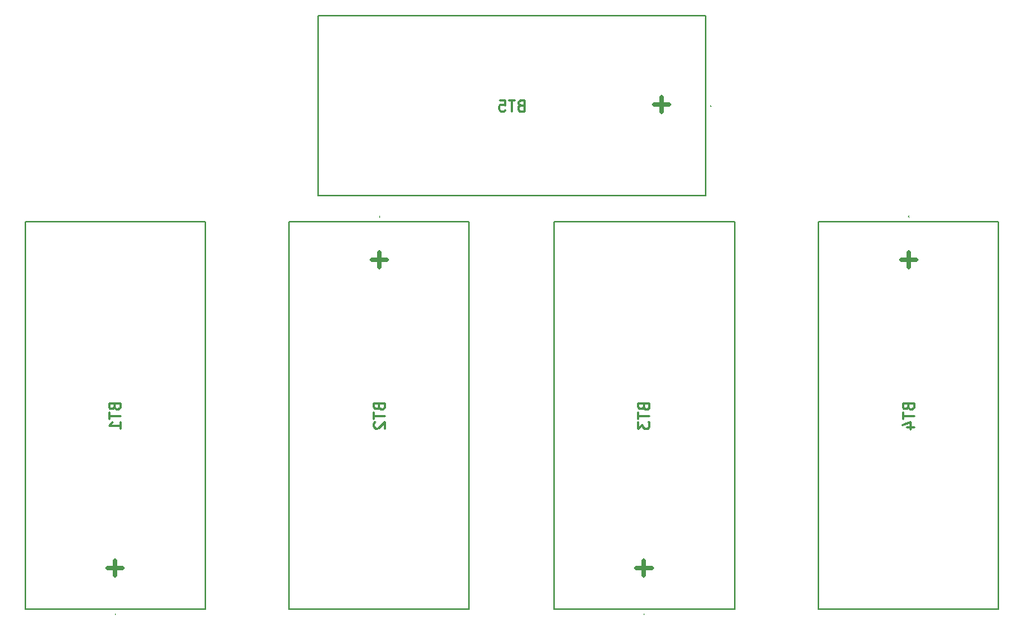
<source format=gbr>
%TF.GenerationSoftware,KiCad,Pcbnew,7.0.1-0*%
%TF.CreationDate,2023-05-25T16:37:55+09:00*%
%TF.ProjectId,Battery,42617474-6572-4792-9e6b-696361645f70,rev?*%
%TF.SameCoordinates,Original*%
%TF.FileFunction,Legend,Bot*%
%TF.FilePolarity,Positive*%
%FSLAX46Y46*%
G04 Gerber Fmt 4.6, Leading zero omitted, Abs format (unit mm)*
G04 Created by KiCad (PCBNEW 7.0.1-0) date 2023-05-25 16:37:55*
%MOMM*%
%LPD*%
G01*
G04 APERTURE LIST*
%ADD10C,0.500000*%
%ADD11C,0.254000*%
%ADD12C,0.100000*%
%ADD13C,0.200000*%
G04 APERTURE END LIST*
D10*
X129779999Y-81989571D02*
X129779999Y-80275285D01*
X130637142Y-81132428D02*
X128922856Y-81132428D01*
X189779999Y-81989571D02*
X189779999Y-80275285D01*
X190637142Y-81132428D02*
X188922856Y-81132428D01*
X161779999Y-64401571D02*
X161779999Y-62687285D01*
X162637142Y-63544428D02*
X160922856Y-63544428D01*
X99779999Y-116989571D02*
X99779999Y-115275285D01*
X100637142Y-116132428D02*
X98922856Y-116132428D01*
X159779999Y-116989571D02*
X159779999Y-115275285D01*
X160637142Y-116132428D02*
X158922856Y-116132428D01*
D11*
%TO.C,BT5*%
X145777856Y-63640288D02*
X145596428Y-63700764D01*
X145596428Y-63700764D02*
X145535951Y-63761240D01*
X145535951Y-63761240D02*
X145475475Y-63882192D01*
X145475475Y-63882192D02*
X145475475Y-64063621D01*
X145475475Y-64063621D02*
X145535951Y-64184573D01*
X145535951Y-64184573D02*
X145596428Y-64245050D01*
X145596428Y-64245050D02*
X145717380Y-64305526D01*
X145717380Y-64305526D02*
X146201190Y-64305526D01*
X146201190Y-64305526D02*
X146201190Y-63035526D01*
X146201190Y-63035526D02*
X145777856Y-63035526D01*
X145777856Y-63035526D02*
X145656904Y-63096002D01*
X145656904Y-63096002D02*
X145596428Y-63156478D01*
X145596428Y-63156478D02*
X145535951Y-63277430D01*
X145535951Y-63277430D02*
X145535951Y-63398383D01*
X145535951Y-63398383D02*
X145596428Y-63519335D01*
X145596428Y-63519335D02*
X145656904Y-63579811D01*
X145656904Y-63579811D02*
X145777856Y-63640288D01*
X145777856Y-63640288D02*
X146201190Y-63640288D01*
X145112618Y-63035526D02*
X144386904Y-63035526D01*
X144749761Y-64305526D02*
X144749761Y-63035526D01*
X143358809Y-63035526D02*
X143963571Y-63035526D01*
X143963571Y-63035526D02*
X144024047Y-63640288D01*
X144024047Y-63640288D02*
X143963571Y-63579811D01*
X143963571Y-63579811D02*
X143842618Y-63519335D01*
X143842618Y-63519335D02*
X143540237Y-63519335D01*
X143540237Y-63519335D02*
X143419285Y-63579811D01*
X143419285Y-63579811D02*
X143358809Y-63640288D01*
X143358809Y-63640288D02*
X143298332Y-63761240D01*
X143298332Y-63761240D02*
X143298332Y-64063621D01*
X143298332Y-64063621D02*
X143358809Y-64184573D01*
X143358809Y-64184573D02*
X143419285Y-64245050D01*
X143419285Y-64245050D02*
X143540237Y-64305526D01*
X143540237Y-64305526D02*
X143842618Y-64305526D01*
X143842618Y-64305526D02*
X143963571Y-64245050D01*
X143963571Y-64245050D02*
X144024047Y-64184573D01*
%TO.C,BT3*%
X159702288Y-97808143D02*
X159762764Y-97989571D01*
X159762764Y-97989571D02*
X159823240Y-98050048D01*
X159823240Y-98050048D02*
X159944192Y-98110524D01*
X159944192Y-98110524D02*
X160125621Y-98110524D01*
X160125621Y-98110524D02*
X160246573Y-98050048D01*
X160246573Y-98050048D02*
X160307050Y-97989571D01*
X160307050Y-97989571D02*
X160367526Y-97868619D01*
X160367526Y-97868619D02*
X160367526Y-97384809D01*
X160367526Y-97384809D02*
X159097526Y-97384809D01*
X159097526Y-97384809D02*
X159097526Y-97808143D01*
X159097526Y-97808143D02*
X159158002Y-97929095D01*
X159158002Y-97929095D02*
X159218478Y-97989571D01*
X159218478Y-97989571D02*
X159339430Y-98050048D01*
X159339430Y-98050048D02*
X159460383Y-98050048D01*
X159460383Y-98050048D02*
X159581335Y-97989571D01*
X159581335Y-97989571D02*
X159641811Y-97929095D01*
X159641811Y-97929095D02*
X159702288Y-97808143D01*
X159702288Y-97808143D02*
X159702288Y-97384809D01*
X159097526Y-98473381D02*
X159097526Y-99199095D01*
X160367526Y-98836238D02*
X159097526Y-98836238D01*
X159097526Y-99501476D02*
X159097526Y-100287667D01*
X159097526Y-100287667D02*
X159581335Y-99864333D01*
X159581335Y-99864333D02*
X159581335Y-100045762D01*
X159581335Y-100045762D02*
X159641811Y-100166714D01*
X159641811Y-100166714D02*
X159702288Y-100227190D01*
X159702288Y-100227190D02*
X159823240Y-100287667D01*
X159823240Y-100287667D02*
X160125621Y-100287667D01*
X160125621Y-100287667D02*
X160246573Y-100227190D01*
X160246573Y-100227190D02*
X160307050Y-100166714D01*
X160307050Y-100166714D02*
X160367526Y-100045762D01*
X160367526Y-100045762D02*
X160367526Y-99682905D01*
X160367526Y-99682905D02*
X160307050Y-99561952D01*
X160307050Y-99561952D02*
X160246573Y-99501476D01*
%TO.C,BT4*%
X189702288Y-97808143D02*
X189762764Y-97989571D01*
X189762764Y-97989571D02*
X189823240Y-98050048D01*
X189823240Y-98050048D02*
X189944192Y-98110524D01*
X189944192Y-98110524D02*
X190125621Y-98110524D01*
X190125621Y-98110524D02*
X190246573Y-98050048D01*
X190246573Y-98050048D02*
X190307050Y-97989571D01*
X190307050Y-97989571D02*
X190367526Y-97868619D01*
X190367526Y-97868619D02*
X190367526Y-97384809D01*
X190367526Y-97384809D02*
X189097526Y-97384809D01*
X189097526Y-97384809D02*
X189097526Y-97808143D01*
X189097526Y-97808143D02*
X189158002Y-97929095D01*
X189158002Y-97929095D02*
X189218478Y-97989571D01*
X189218478Y-97989571D02*
X189339430Y-98050048D01*
X189339430Y-98050048D02*
X189460383Y-98050048D01*
X189460383Y-98050048D02*
X189581335Y-97989571D01*
X189581335Y-97989571D02*
X189641811Y-97929095D01*
X189641811Y-97929095D02*
X189702288Y-97808143D01*
X189702288Y-97808143D02*
X189702288Y-97384809D01*
X189097526Y-98473381D02*
X189097526Y-99199095D01*
X190367526Y-98836238D02*
X189097526Y-98836238D01*
X189520859Y-100166714D02*
X190367526Y-100166714D01*
X189037050Y-99864333D02*
X189944192Y-99561952D01*
X189944192Y-99561952D02*
X189944192Y-100348143D01*
%TO.C,BT1*%
X99702288Y-97808143D02*
X99762764Y-97989571D01*
X99762764Y-97989571D02*
X99823240Y-98050048D01*
X99823240Y-98050048D02*
X99944192Y-98110524D01*
X99944192Y-98110524D02*
X100125621Y-98110524D01*
X100125621Y-98110524D02*
X100246573Y-98050048D01*
X100246573Y-98050048D02*
X100307050Y-97989571D01*
X100307050Y-97989571D02*
X100367526Y-97868619D01*
X100367526Y-97868619D02*
X100367526Y-97384809D01*
X100367526Y-97384809D02*
X99097526Y-97384809D01*
X99097526Y-97384809D02*
X99097526Y-97808143D01*
X99097526Y-97808143D02*
X99158002Y-97929095D01*
X99158002Y-97929095D02*
X99218478Y-97989571D01*
X99218478Y-97989571D02*
X99339430Y-98050048D01*
X99339430Y-98050048D02*
X99460383Y-98050048D01*
X99460383Y-98050048D02*
X99581335Y-97989571D01*
X99581335Y-97989571D02*
X99641811Y-97929095D01*
X99641811Y-97929095D02*
X99702288Y-97808143D01*
X99702288Y-97808143D02*
X99702288Y-97384809D01*
X99097526Y-98473381D02*
X99097526Y-99199095D01*
X100367526Y-98836238D02*
X99097526Y-98836238D01*
X100367526Y-100287667D02*
X100367526Y-99561952D01*
X100367526Y-99924809D02*
X99097526Y-99924809D01*
X99097526Y-99924809D02*
X99278954Y-99803857D01*
X99278954Y-99803857D02*
X99399907Y-99682905D01*
X99399907Y-99682905D02*
X99460383Y-99561952D01*
%TO.C,BT2*%
X129702288Y-97808143D02*
X129762764Y-97989571D01*
X129762764Y-97989571D02*
X129823240Y-98050048D01*
X129823240Y-98050048D02*
X129944192Y-98110524D01*
X129944192Y-98110524D02*
X130125621Y-98110524D01*
X130125621Y-98110524D02*
X130246573Y-98050048D01*
X130246573Y-98050048D02*
X130307050Y-97989571D01*
X130307050Y-97989571D02*
X130367526Y-97868619D01*
X130367526Y-97868619D02*
X130367526Y-97384809D01*
X130367526Y-97384809D02*
X129097526Y-97384809D01*
X129097526Y-97384809D02*
X129097526Y-97808143D01*
X129097526Y-97808143D02*
X129158002Y-97929095D01*
X129158002Y-97929095D02*
X129218478Y-97989571D01*
X129218478Y-97989571D02*
X129339430Y-98050048D01*
X129339430Y-98050048D02*
X129460383Y-98050048D01*
X129460383Y-98050048D02*
X129581335Y-97989571D01*
X129581335Y-97989571D02*
X129641811Y-97929095D01*
X129641811Y-97929095D02*
X129702288Y-97808143D01*
X129702288Y-97808143D02*
X129702288Y-97384809D01*
X129097526Y-98473381D02*
X129097526Y-99199095D01*
X130367526Y-98836238D02*
X129097526Y-98836238D01*
X129218478Y-99561952D02*
X129158002Y-99622428D01*
X129158002Y-99622428D02*
X129097526Y-99743381D01*
X129097526Y-99743381D02*
X129097526Y-100045762D01*
X129097526Y-100045762D02*
X129158002Y-100166714D01*
X129158002Y-100166714D02*
X129218478Y-100227190D01*
X129218478Y-100227190D02*
X129339430Y-100287667D01*
X129339430Y-100287667D02*
X129460383Y-100287667D01*
X129460383Y-100287667D02*
X129641811Y-100227190D01*
X129641811Y-100227190D02*
X130367526Y-99501476D01*
X130367526Y-99501476D02*
X130367526Y-100287667D01*
D12*
%TO.C,BT5*%
X167380000Y-63718000D02*
X167380000Y-63718000D01*
X167280000Y-63718000D02*
X167280000Y-63718000D01*
D13*
X166730000Y-73878000D02*
X122830000Y-73878000D01*
X166730000Y-53468000D02*
X166730000Y-73878000D01*
X122830000Y-73878000D02*
X122830000Y-53468000D01*
X122830000Y-53468000D02*
X166730000Y-53468000D01*
D12*
X167280000Y-63718000D02*
G75*
G03*
X167380000Y-63718000I50000J0D01*
G01*
X167380000Y-63718000D02*
G75*
G03*
X167280000Y-63718000I-50000J0D01*
G01*
%TO.C,BT3*%
X159780000Y-121406000D02*
X159780000Y-121406000D01*
X159780000Y-121306000D02*
X159780000Y-121306000D01*
D13*
X149620000Y-120756000D02*
X149620000Y-76856000D01*
X170030000Y-120756000D02*
X149620000Y-120756000D01*
X149620000Y-76856000D02*
X170030000Y-76856000D01*
X170030000Y-76856000D02*
X170030000Y-120756000D01*
D12*
X159780000Y-121306000D02*
G75*
G03*
X159780000Y-121406000I0J-50000D01*
G01*
X159780000Y-121406000D02*
G75*
G03*
X159780000Y-121306000I0J50000D01*
G01*
%TO.C,BT4*%
X189780000Y-76206000D02*
X189780000Y-76206000D01*
X189780000Y-76306000D02*
X189780000Y-76306000D01*
D13*
X199940000Y-76856000D02*
X199940000Y-120756000D01*
X179530000Y-76856000D02*
X199940000Y-76856000D01*
X199940000Y-120756000D02*
X179530000Y-120756000D01*
X179530000Y-120756000D02*
X179530000Y-76856000D01*
D12*
X189780000Y-76306000D02*
G75*
G03*
X189780000Y-76206000I0J50000D01*
G01*
X189780000Y-76206000D02*
G75*
G03*
X189780000Y-76306000I0J-50000D01*
G01*
%TO.C,BT1*%
X99780000Y-121406000D02*
X99780000Y-121406000D01*
X99780000Y-121306000D02*
X99780000Y-121306000D01*
D13*
X89620000Y-120756000D02*
X89620000Y-76856000D01*
X110030000Y-120756000D02*
X89620000Y-120756000D01*
X89620000Y-76856000D02*
X110030000Y-76856000D01*
X110030000Y-76856000D02*
X110030000Y-120756000D01*
D12*
X99780000Y-121306000D02*
G75*
G03*
X99780000Y-121406000I0J-50000D01*
G01*
X99780000Y-121406000D02*
G75*
G03*
X99780000Y-121306000I0J50000D01*
G01*
%TO.C,BT2*%
X129780000Y-76206000D02*
X129780000Y-76206000D01*
X129780000Y-76306000D02*
X129780000Y-76306000D01*
D13*
X139940000Y-76856000D02*
X139940000Y-120756000D01*
X119530000Y-76856000D02*
X139940000Y-76856000D01*
X139940000Y-120756000D02*
X119530000Y-120756000D01*
X119530000Y-120756000D02*
X119530000Y-76856000D01*
D12*
X129780000Y-76306000D02*
G75*
G03*
X129780000Y-76206000I0J50000D01*
G01*
X129780000Y-76206000D02*
G75*
G03*
X129780000Y-76306000I0J-50000D01*
G01*
%TD*%
M02*

</source>
